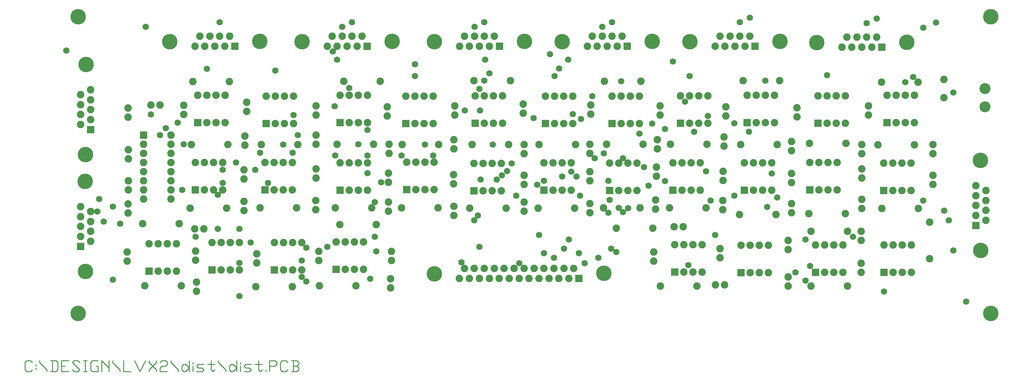
<source format=gts>
*%FSLAX23Y23*%
*%MOIN*%
G01*
%ADD11C,0.100*%
%ADD12C,0.120*%
%ADD13C,0.010*%
%ADD14C,0.008*%
%ADD15C,0.012*%
%ADD16C,0.062*%
%ADD17C,0.082*%
%ADD18C,0.150*%
%ADD19C,0.170*%
%ADD20C,0.050*%
%ADD21C,0.070*%
%ADD22R,0.062X0.062*%
%ADD23R,0.082X0.082*%
D12*
X10521Y3025D03*
X10521Y3225D03*
D13*
X80Y145D02*
X80Y145D01*
X60Y125D01*
X60Y125D02*
X20Y125D01*
X20Y125D02*
X0Y145D01*
X0Y225D02*
X0Y145D01*
X20Y245D02*
X0Y225D01*
X60Y245D02*
X20Y245D01*
X80Y225D02*
X60Y245D01*
X120Y205D02*
X120Y205D01*
X120Y185D01*
X120Y165D02*
X120Y165D01*
X120Y145D01*
X160Y245D02*
X160Y245D01*
X160Y225D01*
X240Y145D02*
X160Y225D01*
X240Y145D02*
X240Y125D01*
X340Y125D02*
X340Y125D01*
X280Y125D01*
X360Y145D02*
X340Y125D01*
X360Y225D02*
X360Y145D01*
X360Y225D02*
X340Y245D01*
X340Y245D02*
X280Y245D01*
X300Y245D02*
X280Y245D01*
X300Y245D02*
X300Y125D01*
X400Y245D02*
X400Y245D01*
X400Y125D01*
X480Y245D02*
X400Y245D01*
X480Y245D02*
X400Y245D01*
X400Y245D02*
X400Y185D01*
X440Y185D02*
X400Y185D01*
X440Y185D02*
X400Y185D01*
X400Y185D02*
X400Y125D01*
X480Y125D02*
X400Y125D01*
X540Y125D02*
X540Y125D01*
X520Y145D01*
X580Y125D02*
X540Y125D01*
X600Y145D02*
X580Y125D01*
X600Y145D02*
X520Y225D01*
X540Y245D02*
X520Y225D01*
X580Y245D02*
X540Y245D01*
X600Y225D02*
X580Y245D01*
X660Y125D02*
X660Y125D01*
X640Y125D01*
X660Y245D02*
X660Y125D01*
X660Y245D02*
X640Y245D01*
X680Y245D02*
X640Y245D01*
X680Y245D02*
X660Y245D01*
X660Y245D02*
X660Y125D01*
X680Y125D02*
X660Y125D01*
X800Y185D02*
X800Y185D01*
X780Y185D01*
X800Y185D02*
X800Y125D01*
X800Y125D02*
X740Y125D01*
X740Y125D02*
X720Y145D01*
X720Y225D02*
X720Y145D01*
X740Y245D02*
X720Y225D01*
X800Y245D02*
X740Y245D01*
X840Y245D02*
X840Y245D01*
X840Y125D01*
X920Y165D02*
X840Y245D01*
X920Y245D02*
X920Y165D01*
X920Y245D02*
X920Y125D01*
X960Y245D02*
X960Y245D01*
X960Y225D01*
X1040Y145D02*
X960Y225D01*
X1040Y145D02*
X1040Y125D01*
X1080Y245D02*
X1080Y245D01*
X1080Y125D01*
X1080Y245D02*
X1080Y125D01*
X1160Y125D02*
X1080Y125D01*
X1260Y125D02*
X1260Y125D01*
X1200Y245D01*
X1320Y245D02*
X1260Y125D01*
X1360Y145D02*
X1360Y145D01*
X1360Y125D01*
X1440Y225D02*
X1360Y145D01*
X1440Y245D02*
X1440Y225D01*
X1360Y245D02*
X1360Y245D01*
X1360Y225D01*
X1440Y145D02*
X1360Y225D01*
X1440Y145D02*
X1440Y125D01*
X1500Y245D02*
X1500Y245D01*
X1480Y225D01*
X1540Y245D02*
X1500Y245D01*
X1560Y225D02*
X1540Y245D01*
X1560Y225D02*
X1560Y205D01*
X1560Y205D02*
X1540Y185D01*
X1540Y185D02*
X1500Y185D01*
X1500Y185D02*
X1480Y165D01*
X1480Y165D02*
X1480Y125D01*
X1560Y125D02*
X1480Y125D01*
X1600Y245D02*
X1600Y245D01*
X1600Y225D01*
X1680Y145D02*
X1600Y225D01*
X1680Y145D02*
X1680Y125D01*
X1800Y165D02*
X1800Y165D01*
X1760Y125D01*
X1760Y125D02*
X1740Y125D01*
X1740Y125D02*
X1720Y145D01*
X1720Y185D02*
X1720Y145D01*
X1740Y205D02*
X1720Y185D01*
X1760Y205D02*
X1740Y205D01*
X1800Y165D02*
X1760Y205D01*
X1800Y245D02*
X1800Y165D01*
X1800Y245D02*
X1800Y125D01*
X1840Y185D02*
X1840Y185D01*
X1840Y125D01*
X1840Y225D02*
X1840Y225D01*
X1840Y205D01*
X1940Y125D02*
X1940Y125D01*
X1880Y125D01*
X1960Y145D02*
X1940Y125D01*
X1960Y145D02*
X1940Y165D01*
X1940Y165D02*
X1900Y165D01*
X1900Y165D02*
X1880Y185D01*
X1900Y205D02*
X1880Y185D01*
X1960Y205D02*
X1900Y205D01*
X2080Y205D02*
X2080Y205D01*
X2000Y205D01*
X2040Y245D02*
X2040Y245D01*
X2040Y145D01*
X2060Y125D02*
X2040Y145D01*
X2080Y145D02*
X2060Y125D01*
X2120Y245D02*
X2120Y245D01*
X2120Y225D01*
X2200Y145D02*
X2120Y225D01*
X2200Y145D02*
X2200Y125D01*
X2320Y165D02*
X2320Y165D01*
X2280Y125D01*
X2280Y125D02*
X2260Y125D01*
X2260Y125D02*
X2240Y145D01*
X2240Y185D02*
X2240Y145D01*
X2260Y205D02*
X2240Y185D01*
X2280Y205D02*
X2260Y205D01*
X2320Y165D02*
X2280Y205D01*
X2320Y245D02*
X2320Y165D01*
X2320Y245D02*
X2320Y125D01*
X2360Y185D02*
X2360Y185D01*
X2360Y125D01*
X2360Y225D02*
X2360Y225D01*
X2360Y205D01*
X2460Y125D02*
X2460Y125D01*
X2400Y125D01*
X2480Y145D02*
X2460Y125D01*
X2480Y145D02*
X2460Y165D01*
X2460Y165D02*
X2420Y165D01*
X2420Y165D02*
X2400Y185D01*
X2420Y205D02*
X2400Y185D01*
X2480Y205D02*
X2420Y205D01*
X2600Y205D02*
X2600Y205D01*
X2520Y205D01*
X2560Y245D02*
X2560Y245D01*
X2560Y145D01*
X2580Y125D02*
X2560Y145D01*
X2600Y145D02*
X2580Y125D01*
X2640Y145D02*
X2640Y145D01*
X2640Y125D01*
X2680Y245D02*
X2680Y245D01*
X2680Y125D01*
X2740Y245D02*
X2680Y245D01*
X2760Y225D02*
X2740Y245D01*
X2760Y225D02*
X2760Y205D01*
X2760Y205D02*
X2740Y185D01*
X2740Y185D02*
X2680Y185D01*
X2680Y185D02*
X2680Y125D01*
X2880Y145D02*
X2880Y145D01*
X2860Y125D01*
X2860Y125D02*
X2820Y125D01*
X2820Y125D02*
X2800Y145D01*
X2800Y225D02*
X2800Y145D01*
X2820Y245D02*
X2800Y225D01*
X2860Y245D02*
X2820Y245D01*
X2880Y225D02*
X2860Y245D01*
X2980Y125D02*
X2980Y125D01*
X2920Y125D01*
X3000Y145D02*
X2980Y125D01*
X3000Y165D02*
X3000Y145D01*
X3000Y165D02*
X2980Y185D01*
X2980Y185D02*
X2940Y185D01*
X2980Y185D02*
X2940Y185D01*
X3000Y205D02*
X2980Y185D01*
X3000Y225D02*
X3000Y205D01*
X3000Y225D02*
X2980Y245D01*
X2980Y245D02*
X2920Y245D01*
X2940Y245D02*
X2920Y245D01*
X2940Y245D02*
X2940Y125D01*
D17*
X2931Y1055D03*
X2935Y1237D03*
X2835Y1237D03*
X3035Y1237D03*
X3221Y1339D03*
X3221Y1439D03*
X3035Y1537D03*
X2935Y1537D03*
X2835Y1537D03*
X2735Y1537D03*
X2541Y1415D03*
X2541Y1315D03*
X2351Y1237D03*
X2251Y1237D03*
X2151Y1237D03*
X2151Y1537D03*
X2051Y1537D03*
X1961Y1687D03*
X1861Y1687D03*
X1691Y1745D03*
X1813Y1915D03*
X1601Y2015D03*
X1601Y2115D03*
X1601Y2215D03*
X1601Y2315D03*
X1601Y2415D03*
X1601Y2515D03*
X1601Y2615D03*
X1601Y2715D03*
X1826Y2610D03*
X1868Y2413D03*
X1968Y2413D03*
X2068Y2413D03*
X2168Y2413D03*
X2226Y2610D03*
X2411Y2605D03*
X2411Y2705D03*
X2591Y2610D03*
X2633Y2413D03*
X2733Y2413D03*
X2833Y2413D03*
X2933Y2413D03*
X2991Y2610D03*
X3191Y2615D03*
X3191Y2715D03*
X3191Y2935D03*
X3191Y3035D03*
X2946Y3140D03*
X2846Y3140D03*
X2746Y3140D03*
X2646Y3140D03*
X2431Y3075D03*
X2431Y2975D03*
X2196Y2850D03*
X2096Y2850D03*
X1996Y2850D03*
X1741Y2940D03*
X1741Y3040D03*
X1896Y3150D03*
X1996Y3150D03*
X2096Y3150D03*
X2196Y3150D03*
X2241Y3300D03*
X2191Y3686D03*
X2082Y3686D03*
X1973Y3686D03*
X1864Y3686D03*
X1918Y3796D03*
X2027Y3796D03*
X2136Y3796D03*
X2245Y3796D03*
X1841Y3300D03*
X1481Y3045D03*
X1381Y3045D03*
X1132Y3010D03*
X1132Y2910D03*
X1301Y2615D03*
X1301Y2515D03*
X1301Y2415D03*
X1135Y2455D03*
X1135Y2555D03*
X721Y2884D03*
X721Y2993D03*
X721Y3102D03*
X721Y3211D03*
X611Y3157D03*
X611Y3048D03*
X611Y2939D03*
X611Y2830D03*
X1135Y2215D03*
X1135Y2115D03*
X1132Y1960D03*
X1132Y1860D03*
X1291Y1745D03*
X1361Y1525D03*
X1461Y1525D03*
X1561Y1525D03*
X1661Y1525D03*
X1871Y1445D03*
X1871Y1345D03*
X1881Y1105D03*
X1881Y1005D03*
X1715Y1063D03*
X1661Y1225D03*
X1561Y1225D03*
X1461Y1225D03*
X1315Y1063D03*
X1121Y1335D03*
X1121Y1435D03*
X721Y1550D03*
X721Y1659D03*
X721Y1768D03*
X721Y1877D03*
X611Y1931D03*
X611Y1822D03*
X611Y1713D03*
X611Y1604D03*
X1301Y2015D03*
X1301Y2115D03*
X1301Y2215D03*
X1301Y2315D03*
X1968Y2113D03*
X2068Y2113D03*
X2168Y2113D03*
X2213Y1915D03*
X2402Y1888D03*
X2402Y1988D03*
X2578Y1918D03*
X2733Y2113D03*
X2833Y2113D03*
X2933Y2113D03*
X2978Y1918D03*
X3188Y1897D03*
X3188Y1997D03*
X3403Y1918D03*
X3555Y2110D03*
X3655Y2110D03*
X3755Y2110D03*
X3803Y1918D03*
X3986Y1882D03*
X3986Y1982D03*
X4129Y1918D03*
X4284Y2116D03*
X4384Y2116D03*
X4484Y2116D03*
X4529Y1918D03*
X4701Y1935D03*
X4876Y1915D03*
X5022Y2103D03*
X5122Y2103D03*
X5222Y2103D03*
X5276Y1915D03*
X5471Y1882D03*
X5471Y1982D03*
X5626Y1915D03*
X5787Y2110D03*
X5887Y2110D03*
X5987Y2110D03*
X6026Y1915D03*
X6191Y1965D03*
X6343Y1918D03*
X6507Y2107D03*
X6607Y2107D03*
X6707Y2107D03*
X6743Y1918D03*
X6911Y1905D03*
X6911Y2005D03*
X7066Y1918D03*
X7116Y1710D03*
X7216Y1710D03*
X7221Y1513D03*
X7121Y1513D03*
X7321Y1513D03*
X7421Y1513D03*
X7619Y1469D03*
X7619Y1369D03*
X7421Y1213D03*
X7321Y1213D03*
X7221Y1213D03*
X7366Y1060D03*
X7567Y1075D03*
X7667Y1075D03*
X7947Y1207D03*
X8047Y1207D03*
X8147Y1207D03*
X8366Y1160D03*
X8366Y1060D03*
X8616Y1060D03*
X8766Y1210D03*
X8866Y1210D03*
X8966Y1210D03*
X9016Y1060D03*
X9166Y1210D03*
X9166Y1310D03*
X9166Y1560D03*
X9166Y1660D03*
X9016Y1660D03*
X8966Y1510D03*
X8866Y1510D03*
X8766Y1510D03*
X8666Y1510D03*
X8616Y1660D03*
X8591Y1855D03*
X8401Y1865D03*
X8401Y1965D03*
X8231Y1845D03*
X8186Y2109D03*
X8086Y2109D03*
X7986Y2109D03*
X7986Y2409D03*
X7886Y2409D03*
X8086Y2409D03*
X8186Y2409D03*
X8246Y2610D03*
X8401Y2645D03*
X8401Y2545D03*
X8598Y2624D03*
X8600Y2413D03*
X8700Y2413D03*
X8800Y2413D03*
X8900Y2413D03*
X8998Y2624D03*
X9170Y2609D03*
X9170Y2509D03*
X9171Y2345D03*
X9171Y2245D03*
X9173Y2009D03*
X9173Y1909D03*
X8991Y1855D03*
X8900Y2113D03*
X8800Y2113D03*
X8700Y2113D03*
X8401Y2195D03*
X8401Y2295D03*
X8216Y2850D03*
X8116Y2850D03*
X8016Y2850D03*
X7846Y2610D03*
X7661Y2595D03*
X7661Y2695D03*
X7476Y2615D03*
X7400Y2410D03*
X7300Y2410D03*
X7200Y2410D03*
X7100Y2410D03*
X6921Y2365D03*
X6921Y2265D03*
X6707Y2407D03*
X6607Y2407D03*
X6507Y2407D03*
X6407Y2407D03*
X6376Y2615D03*
X6191Y2615D03*
X6191Y2515D03*
X6036Y2610D03*
X5987Y2410D03*
X5887Y2410D03*
X5787Y2410D03*
X5687Y2410D03*
X5636Y2610D03*
X5471Y2610D03*
X5471Y2510D03*
X5301Y2610D03*
X5222Y2403D03*
X5122Y2403D03*
X5022Y2403D03*
X4922Y2403D03*
X4901Y2610D03*
X4701Y2565D03*
X4701Y2665D03*
X4536Y2610D03*
X4484Y2416D03*
X4384Y2416D03*
X4284Y2416D03*
X4184Y2416D03*
X4136Y2610D03*
X3991Y2615D03*
X3991Y2515D03*
X3821Y2615D03*
X3755Y2410D03*
X3655Y2410D03*
X3555Y2410D03*
X3455Y2410D03*
X3421Y2615D03*
X3556Y2850D03*
X3656Y2850D03*
X3756Y2850D03*
X3971Y2925D03*
X3971Y3025D03*
X4176Y3140D03*
X4276Y3140D03*
X4376Y3140D03*
X4476Y3140D03*
X4711Y3035D03*
X4711Y2935D03*
X4476Y2840D03*
X4376Y2840D03*
X4276Y2840D03*
X3896Y3305D03*
X3756Y3150D03*
X3656Y3150D03*
X3556Y3150D03*
X3456Y3150D03*
X3496Y3305D03*
X2946Y2840D03*
X2846Y2840D03*
X2746Y2840D03*
X2401Y2335D03*
X2401Y2235D03*
X2351Y1537D03*
X2251Y1537D03*
X2531Y1055D03*
X3229Y1063D03*
X3513Y1243D03*
X3613Y1243D03*
X3713Y1243D03*
X3629Y1063D03*
X4007Y1039D03*
X4007Y1139D03*
X4019Y1339D03*
X4019Y1439D03*
X3713Y1543D03*
X3613Y1543D03*
X3513Y1543D03*
X3413Y1543D03*
X3451Y1734D03*
X3851Y1734D03*
X3986Y2197D03*
X3986Y2297D03*
X3191Y2345D03*
X3191Y2245D03*
X4817Y1255D03*
X4926Y1255D03*
X5035Y1255D03*
X5144Y1255D03*
X5253Y1255D03*
X5362Y1255D03*
X5471Y1255D03*
X5580Y1255D03*
X5689Y1255D03*
X5798Y1255D03*
X5907Y1255D03*
X6016Y1255D03*
X5962Y1145D03*
X5853Y1145D03*
X5744Y1145D03*
X5635Y1145D03*
X5526Y1145D03*
X5417Y1145D03*
X5308Y1145D03*
X5199Y1145D03*
X5090Y1145D03*
X4981Y1145D03*
X4872Y1145D03*
X4763Y1145D03*
X4701Y1835D03*
X4697Y2182D03*
X4697Y2282D03*
X5036Y2845D03*
X5136Y2845D03*
X5236Y2845D03*
X5461Y2955D03*
X5461Y3055D03*
X5236Y3145D03*
X5136Y3145D03*
X5036Y3145D03*
X4936Y3145D03*
X4921Y3310D03*
X4873Y3686D03*
X4982Y3686D03*
X5091Y3686D03*
X5145Y3796D03*
X5036Y3796D03*
X4927Y3796D03*
X4818Y3796D03*
X4764Y3686D03*
X5321Y3310D03*
X5706Y3140D03*
X5806Y3140D03*
X5906Y3140D03*
X6006Y3140D03*
X6201Y3045D03*
X6201Y2945D03*
X6006Y2840D03*
X5906Y2840D03*
X5806Y2840D03*
X6191Y2315D03*
X6191Y2215D03*
X6191Y1865D03*
X6481Y1695D03*
X6881Y1695D03*
X6893Y1433D03*
X6893Y1333D03*
X6966Y1060D03*
X7466Y1918D03*
X7649Y1897D03*
X7649Y1997D03*
X7652Y2218D03*
X7652Y2318D03*
X7400Y2110D03*
X7300Y2110D03*
X7200Y2110D03*
X7076Y2615D03*
X6931Y2565D03*
X6931Y2665D03*
X6776Y2615D03*
X6736Y2840D03*
X6636Y2840D03*
X6536Y2840D03*
X6536Y3140D03*
X6436Y3140D03*
X6351Y3305D03*
X6636Y3140D03*
X6736Y3140D03*
X6751Y3305D03*
X6961Y3035D03*
X6961Y2935D03*
X7186Y3145D03*
X7286Y3145D03*
X7386Y3145D03*
X7486Y3145D03*
X7681Y3025D03*
X7681Y2925D03*
X7486Y2845D03*
X7386Y2845D03*
X7286Y2845D03*
X7916Y3150D03*
X8016Y3150D03*
X8116Y3150D03*
X8216Y3150D03*
X8271Y3310D03*
X8461Y3015D03*
X8461Y2915D03*
X8691Y3145D03*
X8791Y3145D03*
X8891Y3145D03*
X8991Y3145D03*
X9245Y3035D03*
X9245Y2935D03*
X8991Y2845D03*
X8891Y2845D03*
X8791Y2845D03*
X9349Y2608D03*
X9413Y2407D03*
X9513Y2407D03*
X9613Y2407D03*
X9713Y2407D03*
X9749Y2608D03*
X9953Y2609D03*
X9953Y2509D03*
X9749Y2851D03*
X9649Y2851D03*
X9549Y2851D03*
X9549Y3151D03*
X9449Y3151D03*
X9389Y3295D03*
X9649Y3151D03*
X9749Y3151D03*
X9789Y3295D03*
X10071Y3325D03*
X10071Y3125D03*
X10531Y2107D03*
X10531Y1998D03*
X10531Y1889D03*
X10531Y1780D03*
X10421Y1834D03*
X10421Y1943D03*
X10421Y2052D03*
X10421Y2161D03*
X9953Y2174D03*
X9953Y2274D03*
X9713Y2107D03*
X9613Y2107D03*
X9513Y2107D03*
X9393Y1909D03*
X9416Y1510D03*
X9516Y1510D03*
X9616Y1510D03*
X9716Y1510D03*
X9916Y1360D03*
X9716Y1210D03*
X9616Y1210D03*
X9516Y1210D03*
X9916Y1760D03*
X9793Y1909D03*
X9281Y3676D03*
X9172Y3676D03*
X9063Y3676D03*
X8954Y3676D03*
X9008Y3786D03*
X9117Y3786D03*
X9226Y3786D03*
X9335Y3786D03*
X7871Y3310D03*
X7891Y3686D03*
X7782Y3686D03*
X7673Y3686D03*
X7564Y3686D03*
X7618Y3796D03*
X7727Y3796D03*
X7836Y3796D03*
X7945Y3796D03*
X6545Y3796D03*
X6436Y3796D03*
X6327Y3796D03*
X6218Y3796D03*
X6164Y3686D03*
X6273Y3686D03*
X6382Y3686D03*
X6491Y3686D03*
X5471Y2275D03*
X5471Y2175D03*
X3641Y3686D03*
X3532Y3686D03*
X3423Y3686D03*
X3314Y3686D03*
X3368Y3796D03*
X3477Y3796D03*
X3586Y3796D03*
X3695Y3796D03*
X7831Y1845D03*
X7847Y1507D03*
X7947Y1507D03*
X8047Y1507D03*
X8147Y1507D03*
X8366Y1460D03*
X8366Y1560D03*
D19*
X6346Y1200D03*
X4488Y1195D03*
X1589Y3736D03*
X2575Y3741D03*
X3039Y3736D03*
X4025Y3741D03*
X4489Y3736D03*
X5475Y3741D03*
X5889Y3736D03*
X6875Y3741D03*
X7289Y3736D03*
X8275Y3741D03*
X8679Y3726D03*
X9665Y3731D03*
X10471Y2436D03*
X10476Y1450D03*
X10586Y760D03*
X10586Y4010D03*
X586Y4010D03*
X671Y3486D03*
X666Y2500D03*
X661Y2206D03*
X666Y1220D03*
X586Y760D03*
D21*
X966Y1130D03*
X1046Y1745D03*
X866Y1768D03*
X796Y1877D03*
X816Y2015D03*
X966Y1931D03*
X1481Y2715D03*
X1546Y2790D03*
X1676Y2850D03*
X1741Y2615D03*
X1381Y2940D03*
X1996Y3440D03*
X2136Y3950D03*
X2746Y3420D03*
X2946Y2935D03*
X2991Y2715D03*
X2833Y2610D03*
X2936Y2520D03*
X2578Y2520D03*
X2525Y2334D03*
X2666Y2190D03*
X2316Y2413D03*
X2168Y2335D03*
X2168Y2190D03*
X2116Y2060D03*
X2116Y1687D03*
X2351Y1687D03*
X2476Y1537D03*
X2351Y1315D03*
X2351Y950D03*
X1871Y1600D03*
X1726Y2115D03*
X3403Y2490D03*
X3655Y2615D03*
X3756Y2490D03*
X3756Y2770D03*
X3395Y3030D03*
X3556Y3230D03*
X3423Y3540D03*
X3376Y3630D03*
X3477Y3900D03*
X3586Y3950D03*
X4276Y3490D03*
X4276Y3360D03*
X4823Y2985D03*
X4988Y2985D03*
X4982Y3220D03*
X5036Y3310D03*
X5091Y3390D03*
X5046Y3540D03*
X4927Y3900D03*
X5036Y3950D03*
X5756Y3600D03*
X5856Y3445D03*
X5806Y3360D03*
X6006Y2945D03*
X6096Y2890D03*
X6218Y3140D03*
X6536Y3305D03*
X6876Y2840D03*
X7016Y2780D03*
X6736Y2730D03*
X6556Y2460D03*
X6346Y2515D03*
X6246Y2460D03*
X6046Y2260D03*
X5987Y2315D03*
X5887Y2260D03*
X5687Y2215D03*
X5616Y2170D03*
X5386Y2050D03*
X5228Y2275D03*
X5286Y2320D03*
X5336Y2404D03*
X5171Y2226D03*
X4994Y2226D03*
X5128Y2610D03*
X5576Y2900D03*
X5956Y3540D03*
X6327Y3900D03*
X6436Y3950D03*
X7286Y3360D03*
X7101Y3520D03*
X7236Y3080D03*
X7486Y2925D03*
X7336Y2750D03*
X7776Y2845D03*
X7936Y2750D03*
X8186Y2295D03*
X8246Y2030D03*
X8135Y1926D03*
X7776Y2050D03*
X7516Y1997D03*
X7466Y2318D03*
X7016Y2210D03*
X6836Y2160D03*
X6786Y2365D03*
X6396Y2215D03*
X6407Y2005D03*
X6507Y1918D03*
X6556Y1870D03*
X6611Y1915D03*
X6396Y1865D03*
X6086Y2050D03*
X5962Y1570D03*
X5907Y1470D03*
X5798Y1370D03*
X5689Y1420D03*
X5635Y1620D03*
X5417Y1310D03*
X4981Y1490D03*
X4786Y1320D03*
X4926Y1780D03*
X4966Y1835D03*
X3836Y1600D03*
X3851Y1439D03*
X3786Y1139D03*
X3314Y1490D03*
X3086Y1480D03*
X3035Y1339D03*
X3035Y1160D03*
X3086Y1110D03*
X3836Y1982D03*
X3906Y2197D03*
X3755Y2297D03*
X4129Y2490D03*
X4384Y2610D03*
X4476Y2490D03*
X6136Y1310D03*
X6071Y1420D03*
X6286Y1370D03*
X6426Y1470D03*
X6481Y1433D03*
X7271Y1290D03*
X7564Y1620D03*
X8446Y1210D03*
X8556Y1120D03*
X8606Y1280D03*
X8556Y1570D03*
X9076Y1600D03*
X9416Y1000D03*
X9846Y1998D03*
X10076Y1887D03*
X10126Y1780D03*
X10176Y1450D03*
X10316Y890D03*
X10176Y3180D03*
X9736Y3352D03*
X9649Y3295D03*
X8791Y3370D03*
X8116Y3310D03*
X9226Y3940D03*
X9335Y3990D03*
X9846Y3890D03*
X9986Y3948D03*
X7945Y4000D03*
X7836Y3950D03*
X1326Y3900D03*
X456Y3640D03*
D23*
X721Y2775D03*
X1301Y2715D03*
X1896Y2850D03*
X1868Y2113D03*
X611Y1495D03*
X1361Y1225D03*
X2051Y1237D03*
X2735Y1237D03*
X3413Y1243D03*
X2633Y2113D03*
X2646Y2840D03*
X3456Y2850D03*
X3455Y2110D03*
X4184Y2116D03*
X4176Y2840D03*
X4936Y2845D03*
X4922Y2103D03*
X5687Y2110D03*
X6407Y2107D03*
X6436Y2840D03*
X5706Y2840D03*
X6600Y3686D03*
X7916Y2850D03*
X7186Y2845D03*
X7100Y2110D03*
X7886Y2109D03*
X7121Y1213D03*
X7847Y1207D03*
X8666Y1210D03*
X9416Y1210D03*
X8600Y2113D03*
X8691Y2845D03*
X9449Y2851D03*
X9413Y2107D03*
X10421Y1725D03*
X8000Y3686D03*
X9390Y3676D03*
X6071Y1145D03*
X5200Y3686D03*
X3750Y3686D03*
X2300Y3686D03*
D02*
M02*

</source>
